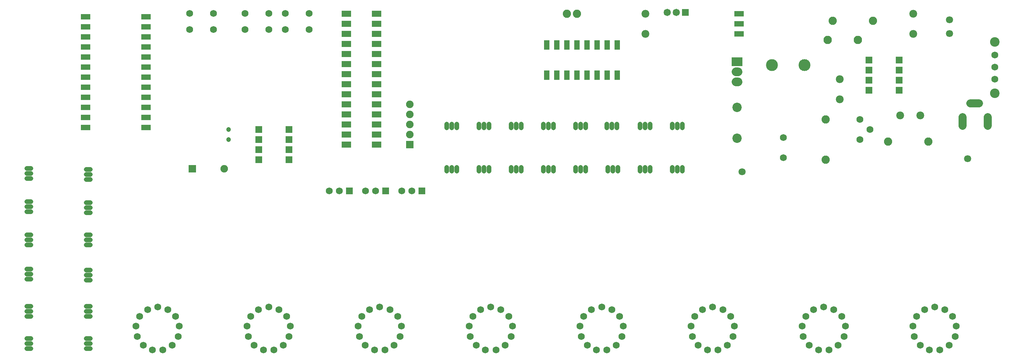
<source format=gbs>
G04 ---------------------------- Layer name :BOTTOM SOLDER LAYER*
G04 EasyEDA v5.7.26, Tue, 02 Oct 2018 14:10:42 GMT*
G04 d626412caae04d108c206bade24e6f6f*
G04 Gerber Generator version 0.2*
G04 Scale: 100 percent, Rotated: No, Reflected: No *
G04 Dimensions in millimeters *
G04 leading zeros omitted , absolute positions ,3 integer and 3 decimal *
%FSLAX33Y33*%
%MOMM*%
G90*
G71D02*

%ADD54C,1.203198*%
%ADD55C,2.203196*%
%ADD56C,2.003196*%
%ADD57C,1.803197*%
%ADD58C,1.816100*%
%ADD59R,1.816100X1.816100*%
%ADD60C,2.082800*%
%ADD61R,1.903197X1.903197*%
%ADD62C,1.903197*%
%ADD63C,1.727200*%
%ADD64C,2.108200*%
%ADD65R,2.703195X2.203196*%
%ADD66C,2.362200*%
%ADD67C,1.981200*%
%ADD68C,3.003296*%
%ADD69R,1.727200X1.727200*%
%ADD70R,2.385060X1.414780*%
%ADD71C,2.403196*%
%ADD72R,1.803400X1.803400*%
%ADD73R,1.414780X2.385060*%
%ADD74R,2.402840X1.602740*%

%LPD*%
G54D54*
G01X181990Y55507D02*
G01X181990Y56506D01*
G01X180720Y55507D02*
G01X180720Y56506D01*
G01X179450Y55507D02*
G01X179450Y56506D01*
G01X179452Y67427D02*
G01X179452Y66427D01*
G01X180722Y67427D02*
G01X180722Y66427D01*
G01X181992Y67427D02*
G01X181992Y66427D01*
G01X171322Y67428D02*
G01X171322Y66429D01*
G01X172592Y67428D02*
G01X172592Y66429D01*
G01X173862Y67428D02*
G01X173862Y66429D01*
G01X162940Y67428D02*
G01X162940Y66429D01*
G01X164210Y67428D02*
G01X164210Y66429D01*
G01X165480Y67428D02*
G01X165480Y66429D01*
G01X155066Y67428D02*
G01X155066Y66429D01*
G01X156336Y67428D02*
G01X156336Y66429D01*
G01X157606Y67428D02*
G01X157606Y66429D01*
G01X146938Y67428D02*
G01X146938Y66429D01*
G01X148208Y67428D02*
G01X148208Y66429D01*
G01X149478Y67428D02*
G01X149478Y66429D01*
G01X138810Y67428D02*
G01X138810Y66429D01*
G01X140080Y67428D02*
G01X140080Y66429D01*
G01X141350Y67428D02*
G01X141350Y66429D01*
G01X130682Y67428D02*
G01X130682Y66429D01*
G01X131952Y67428D02*
G01X131952Y66429D01*
G01X133222Y67428D02*
G01X133222Y66429D01*
G01X122554Y67428D02*
G01X122554Y66429D01*
G01X123824Y67428D02*
G01X123824Y66429D01*
G01X125094Y67428D02*
G01X125094Y66429D01*
G01X173860Y55508D02*
G01X173860Y56508D01*
G01X172590Y55508D02*
G01X172590Y56508D01*
G01X171320Y55508D02*
G01X171320Y56508D01*
G01X165732Y55508D02*
G01X165732Y56508D01*
G01X164462Y55508D02*
G01X164462Y56508D01*
G01X163192Y55508D02*
G01X163192Y56508D01*
G01X157604Y55508D02*
G01X157604Y56508D01*
G01X156334Y55508D02*
G01X156334Y56508D01*
G01X155064Y55508D02*
G01X155064Y56508D01*
G01X149476Y55508D02*
G01X149476Y56508D01*
G01X148206Y55508D02*
G01X148206Y56508D01*
G01X146936Y55508D02*
G01X146936Y56508D01*
G01X141348Y55508D02*
G01X141348Y56508D01*
G01X140078Y55508D02*
G01X140078Y56508D01*
G01X138808Y55508D02*
G01X138808Y56508D01*
G01X133220Y55508D02*
G01X133220Y56508D01*
G01X131950Y55508D02*
G01X131950Y56508D01*
G01X130680Y55508D02*
G01X130680Y56508D01*
G01X125096Y55505D02*
G01X125096Y56505D01*
G01X123826Y55505D02*
G01X123826Y56505D01*
G01X122556Y55505D02*
G01X122556Y56505D01*
G01X17649Y47876D02*
G01X16649Y47876D01*
G01X17649Y46606D02*
G01X16649Y46606D01*
G01X17649Y45336D02*
G01X16649Y45336D01*
G01X17649Y56257D02*
G01X16649Y56257D01*
G01X17649Y54987D02*
G01X16649Y54987D01*
G01X17649Y53717D02*
G01X16649Y53717D01*
G01X32633Y47622D02*
G01X31633Y47622D01*
G01X32633Y46352D02*
G01X31633Y46352D01*
G01X32633Y45082D02*
G01X31633Y45082D01*
G01X32633Y56004D02*
G01X31633Y56004D01*
G01X32633Y54734D02*
G01X31633Y54734D01*
G01X32633Y53464D02*
G01X31633Y53464D01*
G01X32633Y30605D02*
G01X31633Y30605D01*
G01X32633Y29335D02*
G01X31633Y29335D01*
G01X32633Y28065D02*
G01X31633Y28065D01*
G01X17649Y30857D02*
G01X16649Y30857D01*
G01X17649Y29587D02*
G01X16649Y29587D01*
G01X17649Y28317D02*
G01X16649Y28317D01*
G01X32633Y21461D02*
G01X31633Y21461D01*
G01X32633Y20191D02*
G01X31633Y20191D01*
G01X32633Y18921D02*
G01X31633Y18921D01*
G01X17649Y21461D02*
G01X16649Y21461D01*
G01X17649Y20191D02*
G01X16649Y20191D01*
G01X17649Y18921D02*
G01X16649Y18921D01*
G01X32633Y13335D02*
G01X31633Y13335D01*
G01X32633Y12065D02*
G01X31633Y12065D01*
G01X32633Y10795D02*
G01X31633Y10795D01*
G01X17649Y13331D02*
G01X16649Y13331D01*
G01X17649Y12061D02*
G01X16649Y12061D01*
G01X17649Y10791D02*
G01X16649Y10791D01*
G01X17649Y39494D02*
G01X16649Y39494D01*
G01X17649Y38224D02*
G01X16649Y38224D01*
G01X17649Y36954D02*
G01X16649Y36954D01*
G01X32633Y39495D02*
G01X31633Y39495D01*
G01X32633Y38225D02*
G01X31633Y38225D01*
G01X32633Y36955D02*
G01X31633Y36955D01*
G54D55*
G01X196085Y78103D02*
G01X195585Y78103D01*
G01X196085Y80643D02*
G01X195585Y80643D01*
G54D56*
G01X252731Y69170D02*
G01X252731Y66970D01*
G01X256828Y72617D02*
G01X254628Y72617D01*
G01X259081Y66970D02*
G01X259081Y69170D01*
G54D58*
G01X178184Y95627D03*
G01X180470Y95627D03*
G54D59*
G01X182756Y95627D03*
G54D60*
G01X155449Y95248D03*
G01X152909Y95248D03*
G54D61*
G01X113287Y62226D03*
G54D62*
G01X113287Y64766D03*
G01X113287Y67306D03*
G01X113287Y69846D03*
G01X113287Y72386D03*
G54D63*
G01X81884Y91313D03*
G01X87883Y91313D03*
G01X81884Y95313D03*
G01X87883Y95313D03*
G01X71726Y91311D03*
G01X77725Y91311D03*
G01X71726Y95311D03*
G01X77725Y95311D03*
G01X57756Y91311D03*
G01X63755Y91311D03*
G01X57756Y95311D03*
G01X63755Y95311D03*
G54D60*
G01X244093Y62992D03*
G01X233933Y62992D03*
G01X218187Y68578D03*
G01X218187Y58418D03*
G01X219965Y93470D03*
G01X230125Y93470D03*
G54D64*
G01X226315Y88644D03*
G01X218695Y88644D03*
G54D65*
G01X195834Y83182D03*
G54D66*
G01X195833Y71628D03*
G01X195833Y63881D03*
G54D63*
G01X217681Y21244D03*
G01X220241Y20614D03*
G01X222210Y18864D03*
G01X223142Y16405D03*
G01X222822Y13794D03*
G01X221331Y11625D03*
G01X219002Y10406D03*
G01X216360Y10406D03*
G01X214031Y11625D03*
G01X212540Y13794D03*
G01X212220Y16405D03*
G01X213152Y18864D03*
G01X215121Y20614D03*
G01X189681Y21244D03*
G01X192241Y20614D03*
G01X194210Y18864D03*
G01X195142Y16405D03*
G01X194822Y13794D03*
G01X193331Y11625D03*
G01X191002Y10406D03*
G01X188360Y10406D03*
G01X186031Y11625D03*
G01X184540Y13794D03*
G01X184220Y16405D03*
G01X185152Y18864D03*
G01X187121Y20614D03*
G01X161681Y21244D03*
G01X164241Y20614D03*
G01X166210Y18864D03*
G01X167142Y16405D03*
G01X166822Y13794D03*
G01X165331Y11625D03*
G01X163002Y10406D03*
G01X160360Y10406D03*
G01X158031Y11625D03*
G01X156540Y13794D03*
G01X156220Y16405D03*
G01X157152Y18864D03*
G01X159121Y20614D03*
G01X133681Y21244D03*
G01X136242Y20614D03*
G01X138210Y18864D03*
G01X139142Y16405D03*
G01X138822Y13794D03*
G01X137331Y11625D03*
G01X135002Y10406D03*
G01X132360Y10406D03*
G01X130031Y11625D03*
G01X128540Y13794D03*
G01X128220Y16405D03*
G01X129152Y18864D03*
G01X131121Y20614D03*
G01X77681Y21244D03*
G01X80242Y20614D03*
G01X82210Y18864D03*
G01X83142Y16405D03*
G01X82822Y13794D03*
G01X81331Y11625D03*
G01X79002Y10406D03*
G01X76361Y10406D03*
G01X74031Y11625D03*
G01X72540Y13794D03*
G01X72220Y16405D03*
G01X73153Y18864D03*
G01X75121Y20614D03*
G01X49681Y21244D03*
G01X52242Y20614D03*
G01X54210Y18864D03*
G01X55142Y16405D03*
G01X54822Y13794D03*
G01X53331Y11625D03*
G01X51002Y10406D03*
G01X48361Y10406D03*
G01X46031Y11625D03*
G01X44540Y13794D03*
G01X44220Y16405D03*
G01X45153Y18864D03*
G01X47121Y20614D03*
G01X105681Y21244D03*
G01X108242Y20614D03*
G01X110210Y18864D03*
G01X111142Y16405D03*
G01X110822Y13794D03*
G01X109331Y11625D03*
G01X107002Y10406D03*
G01X104360Y10406D03*
G01X102031Y11625D03*
G01X100540Y13794D03*
G01X100220Y16405D03*
G01X101152Y18864D03*
G01X103121Y20614D03*
G01X245681Y21244D03*
G01X248241Y20614D03*
G01X250210Y18864D03*
G01X251142Y16405D03*
G01X250822Y13794D03*
G01X249331Y11625D03*
G01X247002Y10406D03*
G01X244360Y10406D03*
G01X242031Y11625D03*
G01X240540Y13794D03*
G01X240220Y16405D03*
G01X241152Y18864D03*
G01X243121Y20614D03*
G54D67*
G01X236981Y69596D03*
G01X242061Y69596D03*
G01X221743Y78738D03*
G01X221743Y73658D03*
G54D63*
G01X207517Y64008D03*
G01X207517Y58928D03*
G54D57*
G01X249429Y93724D03*
G01X249429Y90224D03*
G54D67*
G01X240285Y90168D03*
G01X240285Y95248D03*
G54D63*
G01X226823Y63498D03*
G01X229363Y66038D03*
G01X226823Y68578D03*
G54D68*
G01X212851Y82296D03*
G01X204651Y82296D03*
G54D69*
G01X107190Y50543D03*
G54D63*
G01X104649Y50544D03*
G01X102109Y50544D03*
G54D69*
G01X98046Y50543D03*
G54D63*
G01X95505Y50546D03*
G01X92965Y50546D03*
G54D70*
G01X196345Y95246D03*
G01X196345Y90166D03*
G01X196345Y92706D03*
G54D63*
G01X260857Y81788D03*
G01X260857Y78740D03*
G01X260857Y84836D03*
G54D71*
G01X260857Y75184D03*
G01X260857Y88138D03*
G54D54*
G01X67565Y63498D03*
G01X67565Y66038D03*
G54D72*
G01X229108Y83566D03*
G01X229108Y81026D03*
G01X229108Y78486D03*
G01X229108Y75946D03*
G01X236728Y75946D03*
G01X236728Y78486D03*
G01X236728Y81026D03*
G01X236728Y83566D03*
G54D70*
G01X31498Y94486D03*
G01X31498Y91946D03*
G01X31498Y79246D03*
G01X31498Y76706D03*
G01X31498Y89406D03*
G01X31498Y86866D03*
G01X31498Y81786D03*
G01X31498Y84326D03*
G01X31498Y74166D03*
G01X31498Y71626D03*
G01X31498Y69086D03*
G01X31498Y66546D03*
G01X46738Y66546D03*
G01X46738Y69086D03*
G01X46738Y71626D03*
G01X46738Y74166D03*
G01X46738Y76706D03*
G01X46738Y79246D03*
G01X46738Y81786D03*
G01X46738Y84326D03*
G01X46738Y86866D03*
G01X46738Y89406D03*
G01X46738Y91946D03*
G01X46738Y94486D03*
G54D73*
G01X165606Y87377D03*
G01X163066Y87377D03*
G01X150366Y87377D03*
G01X147826Y87377D03*
G01X160526Y87377D03*
G01X157986Y87377D03*
G01X152906Y87377D03*
G01X155446Y87377D03*
G01X147826Y79757D03*
G01X150366Y79757D03*
G01X152906Y79757D03*
G01X155446Y79757D03*
G01X157986Y79757D03*
G01X160526Y79757D03*
G01X163066Y79757D03*
G01X165606Y79757D03*
G54D61*
G01X58421Y56131D03*
G54D62*
G01X66422Y56131D03*
G54D67*
G01X172721Y95248D03*
G01X172721Y90168D03*
G54D72*
G01X75186Y66037D03*
G01X75186Y63497D03*
G01X75186Y60957D03*
G01X75186Y58417D03*
G01X82806Y58417D03*
G01X82806Y60957D03*
G01X82806Y63497D03*
G01X82806Y66037D03*
G54D74*
G01X104902Y62228D03*
G01X104902Y64768D03*
G01X104902Y67308D03*
G01X104902Y69848D03*
G01X104902Y72388D03*
G01X104902Y74928D03*
G01X104902Y77468D03*
G01X104902Y80008D03*
G01X104902Y82548D03*
G01X104902Y85088D03*
G01X104902Y87628D03*
G01X104902Y90168D03*
G01X104902Y92708D03*
G01X104902Y95248D03*
G01X97282Y95248D03*
G01X97282Y92708D03*
G01X97282Y90168D03*
G01X97282Y87628D03*
G01X97282Y85088D03*
G01X97282Y82548D03*
G01X97282Y80008D03*
G01X97282Y77468D03*
G01X97282Y74928D03*
G01X97282Y72388D03*
G01X97282Y69848D03*
G01X97282Y67308D03*
G01X97282Y64768D03*
G01X97282Y62228D03*
G54D69*
G01X116332Y50546D03*
G54D63*
G01X113791Y50546D03*
G01X111251Y50546D03*
G54D57*
G01X254001Y58672D03*
G01X197102Y55373D03*
M00*
M02*

</source>
